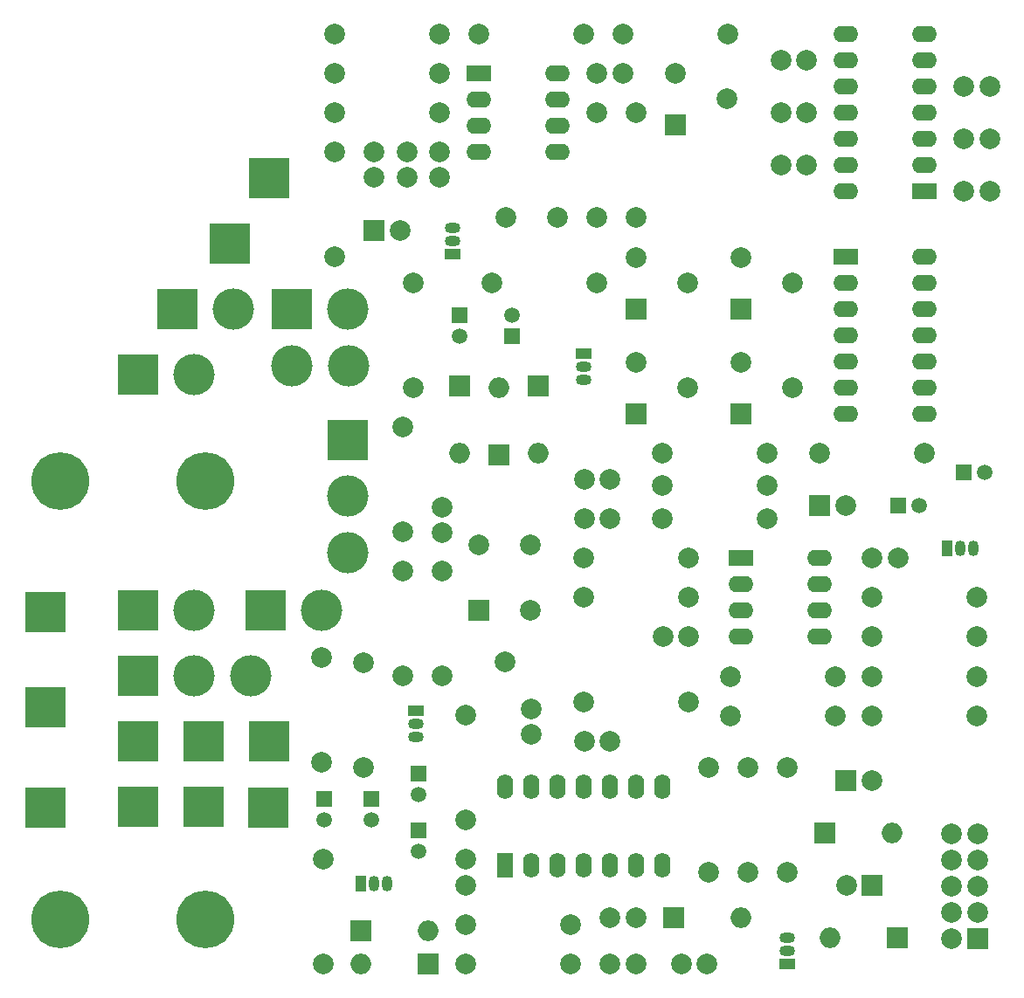
<source format=gts>
%TF.GenerationSoftware,KiCad,Pcbnew,5.1.5+dfsg1-2build2*%
%TF.CreationDate,2021-06-07T13:35:25+02:00*%
%TF.ProjectId,Drum_H_v2,4472756d-5f48-45f7-9632-2e6b69636164,rev?*%
%TF.SameCoordinates,Original*%
%TF.FileFunction,Soldermask,Top*%
%TF.FilePolarity,Negative*%
%FSLAX46Y46*%
G04 Gerber Fmt 4.6, Leading zero omitted, Abs format (unit mm)*
G04 Created by KiCad (PCBNEW 5.1.5+dfsg1-2build2) date 2021-06-07 13:35:25*
%MOMM*%
%LPD*%
G04 APERTURE LIST*
%ADD10R,4.000000X4.000000*%
%ADD11C,5.600000*%
%ADD12C,2.000000*%
%ADD13R,2.000000X2.000000*%
%ADD14R,1.050000X1.500000*%
%ADD15O,1.050000X1.500000*%
%ADD16R,1.500000X1.050000*%
%ADD17O,1.500000X1.050000*%
%ADD18C,1.500000*%
%ADD19R,1.500000X1.500000*%
%ADD20C,4.000000*%
%ADD21O,2.400000X1.600000*%
%ADD22R,2.400000X1.600000*%
%ADD23O,1.600000X2.400000*%
%ADD24R,1.600000X2.400000*%
%ADD25O,2.000000X2.000000*%
G04 APERTURE END LIST*
D10*
%TO.C,REF\002A\002A*%
X154483000Y-119638000D03*
%TD*%
%TO.C,REF\002A\002A*%
X154483000Y-100638000D03*
%TD*%
D11*
%TO.C,REF\002A\002A*%
X156000000Y-88000000D03*
%TD*%
%TO.C,REF\002A\002A*%
X156000000Y-130500000D03*
%TD*%
%TO.C,REF\002A\002A*%
X170000000Y-130500000D03*
%TD*%
%TO.C,REF\002A\002A*%
X170000000Y-88000000D03*
%TD*%
D12*
%TO.C,R28*%
X218745000Y-115730000D03*
X218745000Y-125890000D03*
%TD*%
%TO.C,R30*%
X181407000Y-134780000D03*
X181407000Y-124620000D03*
%TD*%
%TO.C,R14*%
X185344000Y-105570000D03*
X185344000Y-115730000D03*
%TD*%
%TO.C,R35*%
X244780000Y-110777000D03*
X234620000Y-110777000D03*
%TD*%
%TO.C,R34*%
X231064000Y-110777000D03*
X220904000Y-110777000D03*
%TD*%
%TO.C,R33*%
X244780000Y-106967000D03*
X234620000Y-106967000D03*
%TD*%
%TO.C,R32*%
X231064000Y-106967000D03*
X220904000Y-106967000D03*
%TD*%
%TO.C,R29*%
X189154000Y-106840000D03*
X189154000Y-96680000D03*
%TD*%
%TO.C,R24*%
X244780000Y-99220000D03*
X234620000Y-99220000D03*
%TD*%
%TO.C,R12*%
X206680000Y-95410000D03*
X216840000Y-95410000D03*
%TD*%
%TO.C,R8*%
X229540000Y-85250000D03*
X239700000Y-85250000D03*
%TD*%
%TO.C,R13*%
X206680000Y-99220000D03*
X216840000Y-99220000D03*
%TD*%
%TO.C,R9*%
X224460000Y-91600000D03*
X214300000Y-91600000D03*
%TD*%
%TO.C,R23*%
X234620000Y-103030000D03*
X244780000Y-103030000D03*
%TD*%
%TO.C,R7*%
X224460000Y-85250000D03*
X214300000Y-85250000D03*
%TD*%
%TO.C,R18*%
X207950000Y-68740000D03*
X197790000Y-68740000D03*
%TD*%
%TO.C,R15*%
X190170000Y-68740000D03*
X190170000Y-78900000D03*
%TD*%
%TO.C,R20*%
X189154000Y-92870000D03*
X189154000Y-82710000D03*
%TD*%
%TO.C,R26*%
X214300000Y-88425000D03*
X224460000Y-88425000D03*
%TD*%
%TO.C,R31*%
X181280000Y-105062000D03*
X181280000Y-115222000D03*
%TD*%
%TO.C,R22*%
X206680000Y-109380000D03*
X216840000Y-109380000D03*
%TD*%
%TO.C,R16*%
X192964000Y-96680000D03*
X192964000Y-106840000D03*
%TD*%
%TO.C,R3*%
X182550000Y-44610000D03*
X192710000Y-44610000D03*
%TD*%
%TO.C,R10*%
X211760000Y-52230000D03*
X211760000Y-62390000D03*
%TD*%
%TO.C,R4*%
X182550000Y-56040000D03*
X182550000Y-66200000D03*
%TD*%
%TO.C,R11*%
X207950000Y-62390000D03*
X207950000Y-52230000D03*
%TD*%
%TO.C,R5*%
X192710000Y-52230000D03*
X182550000Y-52230000D03*
%TD*%
%TO.C,R2*%
X206680000Y-44610000D03*
X196520000Y-44610000D03*
%TD*%
%TO.C,R17*%
X195250000Y-134780000D03*
X205410000Y-134780000D03*
%TD*%
%TO.C,R1*%
X220650000Y-44610000D03*
X210490000Y-44610000D03*
%TD*%
%TO.C,R6*%
X182550000Y-48420000D03*
X192710000Y-48420000D03*
%TD*%
%TO.C,R19*%
X205410000Y-130970000D03*
X195250000Y-130970000D03*
%TD*%
%TO.C,R25*%
X226365000Y-125890000D03*
X226365000Y-115730000D03*
%TD*%
%TO.C,R21*%
X195250000Y-120810000D03*
X195250000Y-110650000D03*
%TD*%
%TO.C,R27*%
X222555000Y-115730000D03*
X222555000Y-125890000D03*
%TD*%
%TO.C,RV8*%
X199020000Y-105490000D03*
D13*
X196520000Y-100490000D03*
D12*
X201520000Y-100490000D03*
%TD*%
D10*
%TO.C,REF\002A\002A*%
X154483000Y-109888000D03*
%TD*%
%TO.C,CH_LED*%
X176073000Y-119667000D03*
%TD*%
%TO.C,OH_LED*%
X176200000Y-113190000D03*
%TD*%
D14*
%TO.C,Q5*%
X241859000Y-94521000D03*
D15*
X244399000Y-94521000D03*
X243129000Y-94521000D03*
%TD*%
D10*
%TO.C,J4*%
X169850000Y-119540000D03*
%TD*%
%TO.C,J5*%
X169850000Y-113190000D03*
%TD*%
D14*
%TO.C,Q6*%
X185090000Y-127033000D03*
D15*
X187630000Y-127033000D03*
X186360000Y-127033000D03*
%TD*%
D16*
%TO.C,Q4*%
X206680000Y-75598000D03*
D17*
X206680000Y-78138000D03*
X206680000Y-76868000D03*
%TD*%
D16*
%TO.C,Q3*%
X226365000Y-134780000D03*
D17*
X226365000Y-132240000D03*
X226365000Y-133510000D03*
%TD*%
D16*
%TO.C,Q1*%
X193980000Y-65946000D03*
D17*
X193980000Y-63406000D03*
X193980000Y-64676000D03*
%TD*%
D18*
%TO.C,C34*%
X181534000Y-120778000D03*
D19*
X181534000Y-118778000D03*
%TD*%
D18*
%TO.C,C13*%
X190678000Y-123826000D03*
D19*
X190678000Y-121826000D03*
%TD*%
D20*
%TO.C,10k*%
X168945000Y-100490000D03*
D10*
X163500000Y-100490000D03*
%TD*%
D21*
%TO.C,U4*%
X229540000Y-95410000D03*
X221920000Y-103030000D03*
X229540000Y-97950000D03*
X221920000Y-100490000D03*
X229540000Y-100490000D03*
X221920000Y-97950000D03*
X229540000Y-103030000D03*
D22*
X221920000Y-95410000D03*
%TD*%
D21*
%TO.C,U2*%
X239700000Y-66200000D03*
X232080000Y-81440000D03*
X239700000Y-68740000D03*
X232080000Y-78900000D03*
X239700000Y-71280000D03*
X232080000Y-76360000D03*
X239700000Y-73820000D03*
X232080000Y-73820000D03*
X239700000Y-76360000D03*
X232080000Y-71280000D03*
X239700000Y-78900000D03*
X232080000Y-68740000D03*
X239700000Y-81440000D03*
D22*
X232080000Y-66200000D03*
%TD*%
D21*
%TO.C,U1*%
X232080000Y-59850000D03*
X239700000Y-44610000D03*
X232080000Y-57310000D03*
X239700000Y-47150000D03*
X232080000Y-54770000D03*
X239700000Y-49690000D03*
X232080000Y-52230000D03*
X239700000Y-52230000D03*
X232080000Y-49690000D03*
X239700000Y-54770000D03*
X232080000Y-47150000D03*
X239700000Y-57310000D03*
X232080000Y-44610000D03*
D22*
X239700000Y-59850000D03*
%TD*%
D21*
%TO.C,U3*%
X204140000Y-48420000D03*
X196520000Y-56040000D03*
X204140000Y-50960000D03*
X196520000Y-53500000D03*
X204140000Y-53500000D03*
X196520000Y-50960000D03*
X204140000Y-56040000D03*
D22*
X196520000Y-48420000D03*
%TD*%
D23*
%TO.C,U5*%
X199060000Y-117635000D03*
X214300000Y-125255000D03*
X201600000Y-117635000D03*
X211760000Y-125255000D03*
X204140000Y-117635000D03*
X209220000Y-125255000D03*
X206680000Y-117635000D03*
X206680000Y-125255000D03*
X209220000Y-117635000D03*
X204140000Y-125255000D03*
X211760000Y-117635000D03*
X201600000Y-125255000D03*
X214300000Y-117635000D03*
D24*
X199060000Y-125255000D03*
%TD*%
D20*
%TO.C,SW1*%
X181280000Y-100490000D03*
D10*
X175835000Y-100490000D03*
%TD*%
D12*
%TO.C,RV4*%
X216760000Y-78940000D03*
D13*
X211760000Y-81440000D03*
D12*
X211760000Y-76440000D03*
%TD*%
%TO.C,RV3*%
X226920000Y-78940000D03*
D13*
X221920000Y-81440000D03*
D12*
X221920000Y-76440000D03*
%TD*%
D20*
%TO.C,10k*%
X183820000Y-94870000D03*
X183820000Y-89425000D03*
D10*
X183820000Y-83980000D03*
%TD*%
D20*
%TO.C,100k*%
X174390000Y-106840000D03*
X168945000Y-106840000D03*
D10*
X163500000Y-106840000D03*
%TD*%
D20*
%TO.C,100k*%
X183875000Y-76780000D03*
X178375000Y-76780000D03*
X183820000Y-71280000D03*
D10*
X178375000Y-71280000D03*
%TD*%
D12*
%TO.C,RV2*%
X226920000Y-68780000D03*
D13*
X221920000Y-71280000D03*
D12*
X221920000Y-66280000D03*
%TD*%
%TO.C,RV1*%
X216760000Y-68780000D03*
D13*
X211760000Y-71280000D03*
D12*
X211760000Y-66280000D03*
%TD*%
D10*
%TO.C,100k*%
X172390000Y-64930000D03*
%TD*%
D20*
%TO.C,100k*%
X168945000Y-77630000D03*
D10*
X163500000Y-77630000D03*
%TD*%
%TO.C,OH Dec*%
X176200000Y-58580000D03*
%TD*%
D12*
%TO.C,RV7*%
X220570000Y-50920000D03*
D13*
X215570000Y-53420000D03*
D12*
X215570000Y-48420000D03*
%TD*%
D20*
%TO.C,100k*%
X172755000Y-71280000D03*
D10*
X167310000Y-71280000D03*
%TD*%
D16*
%TO.C,Q2*%
X190424000Y-110269000D03*
D17*
X190424000Y-112809000D03*
X190424000Y-111539000D03*
%TD*%
D12*
%TO.C,J3*%
X242340000Y-122180000D03*
X244880000Y-122180000D03*
X242340000Y-124720000D03*
X244880000Y-124720000D03*
X242340000Y-127260000D03*
X244880000Y-127260000D03*
X242340000Y-129800000D03*
X244880000Y-129800000D03*
X242340000Y-132340000D03*
D13*
X244880000Y-132340000D03*
%TD*%
D10*
%TO.C,J2*%
X163500000Y-113190000D03*
%TD*%
%TO.C,J1*%
X163500000Y-119540000D03*
%TD*%
D25*
%TO.C,D8*%
X230541000Y-132240000D03*
D13*
X237041000Y-132240000D03*
%TD*%
D25*
%TO.C,D7*%
X236540000Y-122080000D03*
D13*
X230040000Y-122080000D03*
%TD*%
D25*
%TO.C,D2*%
X194615000Y-85250000D03*
D13*
X194615000Y-78750000D03*
%TD*%
D25*
%TO.C,D6*%
X202235000Y-85250000D03*
D13*
X202235000Y-78750000D03*
%TD*%
D25*
%TO.C,D4*%
X198425000Y-78900000D03*
D13*
X198425000Y-85400000D03*
%TD*%
D25*
%TO.C,D1*%
X191590000Y-131605000D03*
D13*
X185090000Y-131605000D03*
%TD*%
%TO.C,D5*%
X215420000Y-130335000D03*
D25*
X221920000Y-130335000D03*
%TD*%
%TO.C,D3*%
X185075000Y-134780000D03*
D13*
X191575000Y-134780000D03*
%TD*%
D12*
%TO.C,C32*%
X206720000Y-113190000D03*
X209220000Y-113190000D03*
%TD*%
%TO.C,C30*%
X216840000Y-103030000D03*
X214340000Y-103030000D03*
%TD*%
%TO.C,C25*%
X192710000Y-56040000D03*
X192710000Y-58540000D03*
%TD*%
%TO.C,C23*%
X232120000Y-127160000D03*
D13*
X234620000Y-127160000D03*
%TD*%
D12*
%TO.C,C31*%
X211720000Y-130335000D03*
X209220000Y-130335000D03*
%TD*%
%TO.C,C29*%
X237120000Y-95410000D03*
X234620000Y-95410000D03*
%TD*%
%TO.C,C24*%
X210450000Y-48420000D03*
X207950000Y-48420000D03*
%TD*%
%TO.C,C22*%
X234580000Y-117000000D03*
D13*
X232080000Y-117000000D03*
%TD*%
D12*
%TO.C,C5*%
X225770000Y-47150000D03*
X228270000Y-47150000D03*
%TD*%
%TO.C,C4*%
X246010000Y-49690000D03*
X243510000Y-49690000D03*
%TD*%
%TO.C,C8*%
X225770000Y-57310000D03*
X228270000Y-57310000D03*
%TD*%
D18*
%TO.C,C33*%
X245510000Y-87155000D03*
D19*
X243510000Y-87155000D03*
%TD*%
D18*
%TO.C,C26*%
X239160000Y-90330000D03*
D19*
X237160000Y-90330000D03*
%TD*%
D12*
%TO.C,C11*%
X206720000Y-91600000D03*
X209220000Y-91600000D03*
%TD*%
%TO.C,C21*%
X232040000Y-90330000D03*
D13*
X229540000Y-90330000D03*
%TD*%
D12*
%TO.C,C12*%
X201520000Y-94140000D03*
X196520000Y-94140000D03*
%TD*%
%TO.C,C3*%
X246010000Y-54770000D03*
X243510000Y-54770000D03*
%TD*%
%TO.C,C7*%
X225770000Y-52230000D03*
X228270000Y-52230000D03*
%TD*%
%TO.C,C2*%
X246010000Y-59850000D03*
X243510000Y-59850000D03*
%TD*%
%TO.C,C28*%
X201600000Y-110055000D03*
X201600000Y-112555000D03*
%TD*%
%TO.C,C20*%
X206720000Y-87790000D03*
X209220000Y-87790000D03*
%TD*%
D18*
%TO.C,C16*%
X199695000Y-71915000D03*
D19*
X199695000Y-73915000D03*
%TD*%
D18*
%TO.C,C14*%
X194615000Y-73915000D03*
D19*
X194615000Y-71915000D03*
%TD*%
D18*
%TO.C,C35*%
X186106000Y-120778000D03*
D19*
X186106000Y-118778000D03*
%TD*%
D12*
%TO.C,C18*%
X192964000Y-90497000D03*
X192964000Y-92997000D03*
%TD*%
%TO.C,C9*%
X189535000Y-58540000D03*
X189535000Y-56040000D03*
%TD*%
%TO.C,C1*%
X188860000Y-63660000D03*
D13*
X186360000Y-63660000D03*
%TD*%
D12*
%TO.C,C10*%
X199140000Y-62390000D03*
X204140000Y-62390000D03*
%TD*%
%TO.C,C6*%
X186360000Y-58540000D03*
X186360000Y-56040000D03*
%TD*%
%TO.C,C27*%
X216118000Y-134780000D03*
X218618000Y-134780000D03*
%TD*%
%TO.C,C19*%
X209220000Y-134780000D03*
X211720000Y-134780000D03*
%TD*%
D18*
%TO.C,C15*%
X190678000Y-118365000D03*
D19*
X190678000Y-116365000D03*
%TD*%
D12*
%TO.C,C17*%
X195250000Y-124660000D03*
X195250000Y-127160000D03*
%TD*%
M02*

</source>
